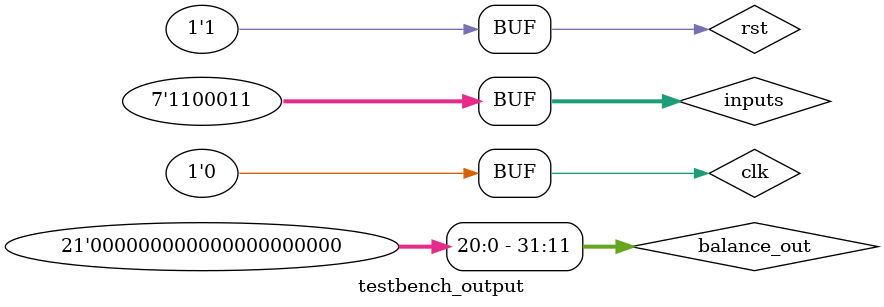
<source format=sv>
module output2
#(
	parameter WIDTH = 8,
	parameter HEIGHT = 7
)
(
	input wire clk,
	input wire rst,
	input wire pixel,
	output neuron_out,
	output [$clog2(HEIGHT * (2 ** WIDTH - 1) + 1) - 1:0] balance_out
);
	reg [$clog2(HEIGHT * (2 ** WIDTH - 1) + 1) - 1:0] balance = 0;
	
	always @(posedge clk, negedge rst) begin
		if (!rst) begin			
			balance = 0;
		end else begin			
			if (balance != HEIGHT * (2 ** WIDTH - 1)) begin  // has not yet overflowed
				balance = balance + pixel;
			end
		end
	end
	
	assign neuron_out = balance == (HEIGHT * (2 ** WIDTH - 1));
	assign balance_out = balance;
endmodule


module testbench_output;
	reg clk = 0;
	reg rst = 1;
	reg [6:0] inputs = 7'b1100011;
	wire neuron_out;
	wire [31:0] balance_out;
	
	output2 Out (
		.clk(clk),
		.rst(rst),
		.pixel(1),
		.neuron_out(neuron_out),
		.balance_out(balance_out)
	);
	
	initial begin
		integer i;
		for (i = 0; i < 1024; i = i + 1) begin
			#50 clk = !clk;
		end
		#50 rst = 0;
		#50 rst = 1;		
		for (i = 0; i < 1024; i = i + 1) begin
			#50 clk = !clk;
		end
	end
endmodule

</source>
